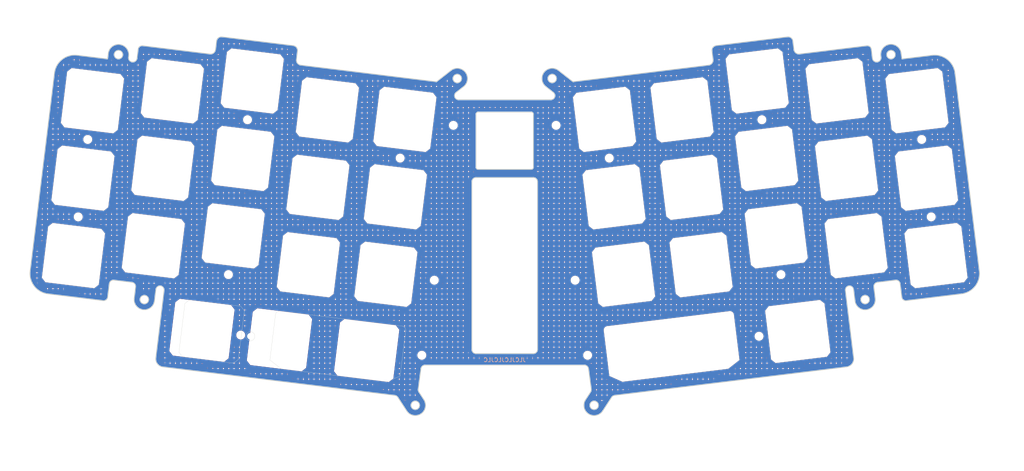
<source format=kicad_pcb>
(kicad_pcb (version 20221018) (generator pcbnew)
  (title_block (title "Le Capybara") (date "2023-07-07") (rev "v0.1") (company "sporkus"))
  (layers (0 "F.Cu" signal) (31 "B.Cu" signal) (34 "B.Paste" user) (35 "F.Paste" user) (36 "B.SilkS" user "B.Silkscreen") (37 "F.SilkS" user "F.Silkscreen") (38 "B.Mask" user) (39 "F.Mask" user) (44 "Edge.Cuts" user))
  (net 0 "")
  (footprint "capacitive_sensors:plate_cut_1U_topre" (layer "F.Cu") (at 194.537698 114.650454 -83)
    (fp_text reference "SW27")
    (fp_text value "EC_SW" hide)
    (fp_line (start -7.3 -6) (end -7.3 6) (stroke (width 0.05)) (layer "Edge.Cuts"))
    (fp_line (start -7.3 -6) (end -6.3 -7) (stroke (width 0.05)) (layer "Edge.Cuts"))
    (fp_line (start -6.3 7) (end -7.3 6) (stroke (width 0.05)) (layer "Edge.Cuts"))
    (fp_line (start -6.3 7) (end 6.3 7) (stroke (width 0.05)) (layer "Edge.Cuts"))
    (fp_line (start 6.3 -7) (end -6.3 -7) (stroke (width 0.05)) (layer "Edge.Cuts"))
    (fp_line (start 6.3 7) (end 7.3 6) (stroke (width 0.05)) (layer "Edge.Cuts"))
    (fp_line (start 7.3 -6) (end 6.3 -7) (stroke (width 0.05)) (layer "Edge.Cuts"))
    (fp_line (start 7.3 6) (end 7.3 -6) (stroke (width 0.05)) (layer "Edge.Cuts"))
  )
  (footprint "capacitive_sensors:plate_cut_1U_topre" (layer "F.Cu") (at 212.8653 107.601842 -83)
    (fp_text reference "SW28")
    (fp_text value "EC_SW" hide)
    (fp_line (start -7.3 -6) (end -7.3 6) (stroke (width 0.05)) (layer "Edge.Cuts"))
    (fp_line (start -7.3 -6) (end -6.3 -7) (stroke (width 0.05)) (layer "Edge.Cuts"))
    (fp_line (start -6.3 7) (end -7.3 6) (stroke (width 0.05)) (layer "Edge.Cuts"))
    (fp_line (start -6.3 7) (end 6.3 7) (stroke (width 0.05)) (layer "Edge.Cuts"))
    (fp_line (start 6.3 -7) (end -6.3 -7) (stroke (width 0.05)) (layer "Edge.Cuts"))
    (fp_line (start 6.3 7) (end 7.3 6) (stroke (width 0.05)) (layer "Edge.Cuts"))
    (fp_line (start 7.3 -6) (end 6.3 -7) (stroke (width 0.05)) (layer "Edge.Cuts"))
    (fp_line (start 7.3 6) (end 7.3 -6) (stroke (width 0.05)) (layer "Edge.Cuts"))
  )
  (footprint "capacitive_sensors:plate_cut_1U_topre" (layer "F.Cu") (at 122.292472 79.156057 83)
    (fp_text reference "SW5")
    (fp_text value "EC_SW" hide)
    (fp_line (start -7.3 -6) (end -7.3 6) (stroke (width 0.05)) (layer "Edge.Cuts"))
    (fp_line (start -7.3 -6) (end -6.3 -7) (stroke (width 0.05)) (layer "Edge.Cuts"))
    (fp_line (start -6.3 7) (end -7.3 6) (stroke (width 0.05)) (layer "Edge.Cuts"))
    (fp_line (start -6.3 7) (end 6.3 7) (stroke (width 0.05)) (layer "Edge.Cuts"))
    (fp_line (start 6.3 -7) (end -6.3 -7) (stroke (width 0.05)) (layer "Edge.Cuts"))
    (fp_line (start 6.3 7) (end 7.3 6) (stroke (width 0.05)) (layer "Edge.Cuts"))
    (fp_line (start 7.3 -6) (end 6.3 -7) (stroke (width 0.05)) (layer "Edge.Cuts"))
    (fp_line (start 7.3 6) (end 7.3 -6) (stroke (width 0.05)) (layer "Edge.Cuts"))
  )
  (footprint "capacitive_sensors:plate_cut_1U_topre" (layer "F.Cu") (at 119.970861 98.064061 83)
    (fp_text reference "SW15")
    (fp_text value "EC_SW" hide)
    (fp_line (start -7.3 -6) (end -7.3 6) (stroke (width 0.05)) (layer "Edge.Cuts"))
    (fp_line (start -7.3 -6) (end -6.3 -7) (stroke (width 0.05)) (layer "Edge.Cuts"))
    (fp_line (start -6.3 7) (end -7.3 6) (stroke (width 0.05)) (layer "Edge.Cuts"))
    (fp_line (start -6.3 7) (end 6.3 7) (stroke (width 0.05)) (layer "Edge.Cuts"))
    (fp_line (start 6.3 -7) (end -6.3 -7) (stroke (width 0.05)) (layer "Edge.Cuts"))
    (fp_line (start 6.3 7) (end 7.3 6) (stroke (width 0.05)) (layer "Edge.Cuts"))
    (fp_line (start 7.3 -6) (end 6.3 -7) (stroke (width 0.05)) (layer "Edge.Cuts"))
    (fp_line (start 7.3 6) (end 7.3 -6) (stroke (width 0.05)) (layer "Edge.Cuts"))
  )
  (footprint "capacitive_sensors:plate_cut_1U_topre" (layer "F.Cu") (at 75.148601 130.947143 -7)
    (fp_text reference "SW31")
    (fp_text value "EC_SW" hide)
    (fp_line (start -7.3 -6) (end -7.3 6) (stroke (width 0.05)) (layer "Edge.Cuts"))
    (fp_line (start -7.3 -6) (end -6.3 -7) (stroke (width 0.05)) (layer "Edge.Cuts"))
    (fp_line (start -6.3 7) (end -7.3 6) (stroke (width 0.05)) (layer "Edge.Cuts"))
    (fp_line (start -6.3 7) (end 6.3 7) (stroke (width 0.05)) (layer "Edge.Cuts"))
    (fp_line (start 6.3 -7) (end -6.3 -7) (stroke (width 0.05)) (layer "Edge.Cuts"))
    (fp_line (start 6.3 7) (end 7.3 6) (stroke (width 0.05)) (layer "Edge.Cuts"))
    (fp_line (start 7.3 -6) (end 6.3 -7) (stroke (width 0.05)) (layer "Edge.Cuts"))
    (fp_line (start 7.3 6) (end 7.3 -6) (stroke (width 0.05)) (layer "Edge.Cuts"))
  )
  (footprint "capacitive_sensors:plate_cut_1U_topre" (layer "F.Cu") (at 232.353707 110.007232 -83)
    (fp_text reference "SW29")
    (fp_text value "EC_SW" hide)
    (fp_line (start -7.3 -6) (end -7.3 6) (stroke (width 0.05)) (layer "Edge.Cuts"))
    (fp_line (start -7.3 -6) (end -6.3 -7) (stroke (width 0.05)) (layer "Edge.Cuts"))
    (fp_line (start -6.3 7) (end -7.3 6) (stroke (width 0.05)) (layer "Edge.Cuts"))
    (fp_line (start -6.3 7) (end 6.3 7) (stroke (width 0.05)) (layer "Edge.Cuts"))
    (fp_line (start 6.3 -7) (end -6.3 -7) (stroke (width 0.05)) (layer "Edge.Cuts"))
    (fp_line (start 6.3 7) (end 7.3 6) (stroke (width 0.05)) (layer "Edge.Cuts"))
    (fp_line (start 7.3 -6) (end 6.3 -7) (stroke (width 0.05)) (layer "Edge.Cuts"))
    (fp_line (start 7.3 6) (end 7.3 -6) (stroke (width 0.05)) (layer "Edge.Cuts"))
  )
  (footprint "capacitive_sensors:MountingHole_1.6mm_M2_tapped" (layer "F.Cu") (at 159.168967 80.607062)
    (fp_text reference "H3" hide)
    (fp_text value "M2 Hole")
    (fp_circle (center 0 0) (end 1.1 0) (stroke (width 0.05)) (fill none) (layer "Edge.Cuts"))
    (pad "" np_thru_hole circle (at 0 0) (size 1.6 1.6) (drill 1.6) (layers "F&B.Cu" "*.Mask"))
  )
  (footprint "capacitive_sensors:plate_cut_1U_topre" (layer "F.Cu") (at 230.032096 91.099228 -83)
    (fp_text reference "SW19")
    (fp_text value "EC_SW" hide)
    (fp_line (start -7.3 -6) (end -7.3 6) (stroke (width 0.05)) (layer "Edge.Cuts"))
    (fp_line (start -7.3 -6) (end -6.3 -7) (stroke (width 0.05)) (layer "Edge.Cuts"))
    (fp_line (start -6.3 7) (end -7.3 6) (stroke (width 0.05)) (layer "Edge.Cuts"))
    (fp_line (start -6.3 7) (end 6.3 7) (stroke (width 0.05)) (layer "Edge.Cuts"))
    (fp_line (start 6.3 -7) (end -6.3 -7) (stroke (width 0.05)) (layer "Edge.Cuts"))
    (fp_line (start 6.3 7) (end 7.3 6) (stroke (width 0.05)) (layer "Edge.Cuts"))
    (fp_line (start 7.3 -6) (end 6.3 -7) (stroke (width 0.05)) (layer "Edge.Cuts"))
    (fp_line (start 7.3 6) (end 7.3 -6) (stroke (width 0.05)) (layer "Edge.Cuts"))
  )
  (footprint "capacitive_sensors:MountingHole_1.6mm_M2_tapped" (layer "F.Cu") (at 126.418141 136.750673)
    (fp_text reference "H2" hide)
    (fp_text value "M2 Hole")
    (fp_circle (center 0 0) (end 1.1 0) (stroke (width 0.05)) (fill none) (layer "Edge.Cuts"))
    (pad "" np_thru_hole circle (at 0 0) (size 1.6 1.6) (drill 1.6) (layers "F&B.Cu" "*.Mask"))
  )
  (footprint "capacitive_sensors:MountingHole_1.6mm_M2_tapped" (layer "F.Cu") (at 84.603971 132.111164)
    (fp_text reference "H16" hide)
    (fp_text value "M2 Hole")
    (fp_circle (center 0 0) (end 1.1 0) (stroke (width 0.05)) (fill none) (layer "Edge.Cuts"))
    (pad "" np_thru_hole circle (at 0 0) (size 1.6 1.6) (drill 1.6) (layers "F&B.Cu" "*.Mask"))
  )
  (footprint "capacitive_sensors:MountingHole_1.6mm_M2_tapped" (layer "F.Cu") (at 248.353527 84.051437)
    (fp_text reference "H8" hide)
    (fp_text value "M2 Hole")
    (fp_circle (center 0 0) (end 1.1 0) (stroke (width 0.05)) (fill none) (layer "Edge.Cuts"))
    (pad "" np_thru_hole circle (at 0 0) (size 1.6 1.6) (drill 1.6) (layers "F&B.Cu" "*.Mask"))
  )
  (footprint "capacitive_sensors:MountingHole_1.6mm_M2_tapped" (layer "F.Cu") (at 166.860803 136.750673)
    (fp_text reference "H13" hide)
    (fp_text value "M2 Hole")
    (fp_circle (center 0 0) (end 1.1 0) (stroke (width 0.05)) (fill none) (layer "Edge.Cuts"))
    (pad "" np_thru_hole circle (at 0 0) (size 1.6 1.6) (drill 1.6) (layers "F&B.Cu" "*.Mask"))
  )
  (footprint "capacitive_sensors:MountingHole_1.6mm_M2_tapped" (layer "F.Cu") (at 129.466755 118.423073)
    (fp_text reference "H14" hide)
    (fp_text value "M2 Hole")
    (fp_circle (center 0 0) (end 1.1 0) (stroke (width 0.05)) (fill none) (layer "Edge.Cuts"))
    (pad "" np_thru_hole circle (at 0 0) (size 1.6 1.6) (drill 1.6) (layers "F&B.Cu" "*.Mask"))
  )
  (footprint "capacitive_sensors:plate_cut_1U_topre" (layer "F.Cu") (at 60.925238 110.007232 83)
    (fp_text reference "SW22")
    (fp_text value "EC_SW" hide)
    (fp_line (start -7.3 -6) (end -7.3 6) (stroke (width 0.05)) (layer "Edge.Cuts"))
    (fp_line (start -7.3 -6) (end -6.3 -7) (stroke (width 0.05)) (layer "Edge.Cuts"))
    (fp_line (start -6.3 7) (end -7.3 6) (stroke (width 0.05)) (layer "Edge.Cuts"))
    (fp_line (start -6.3 7) (end 6.3 7) (stroke (width 0.05)) (layer "Edge.Cuts"))
    (fp_line (start 6.3 -7) (end -6.3 -7) (stroke (width 0.05)) (layer "Edge.Cuts"))
    (fp_line (start 6.3 7) (end 7.3 6) (stroke (width 0.05)) (layer "Edge.Cuts"))
    (fp_line (start 7.3 -6) (end 6.3 -7) (stroke (width 0.05)) (layer "Edge.Cuts"))
    (fp_line (start 7.3 6) (end 7.3 -6) (stroke (width 0.05)) (layer "Edge.Cuts"))
  )
  (footprint "capacitive_sensors:plate_cut_1U_topre" (layer "F.Cu") (at 175.629694 116.972065 -83)
    (fp_text reference "SW26")
    (fp_text value "EC_SW" hide)
    (fp_line (start -7.3 -6) (end -7.3 6) (stroke (width 0.05)) (layer "Edge.Cuts"))
    (fp_line (start -7.3 -6) (end -6.3 -7) (stroke (width 0.05)) (layer "Edge.Cuts"))
    (fp_line (start -6.3 7) (end -7.3 6) (stroke (width 0.05)) (layer "Edge.Cuts"))
    (fp_line (start -6.3 7) (end 6.3 7) (stroke (width 0.05)) (layer "Edge.Cuts"))
    (fp_line (start 6.3 -7) (end -6.3 -7) (stroke (width 0.05)) (layer "Edge.Cuts"))
    (fp_line (start 6.3 7) (end 7.3 6) (stroke (width 0.05)) (layer "Edge.Cuts"))
    (fp_line (start 7.3 -6) (end 6.3 -7) (stroke (width 0.05)) (layer "Edge.Cuts"))
    (fp_line (start 7.3 6) (end 7.3 -6) (stroke (width 0.05)) (layer "Edge.Cuts"))
  )
  (footprint "capacitive_sensors:plate_cut_1U_topre" (layer "F.Cu") (at 103.384468 76.834446 83)
    (fp_text reference "SW4")
    (fp_text value "EC_SW" hide)
    (fp_line (start -7.3 -6) (end -7.3 6) (stroke (width 0.05)) (layer "Edge.Cuts"))
    (fp_line (start -7.3 -6) (end -6.3 -7) (stroke (width 0.05)) (layer "Edge.Cuts"))
    (fp_line (start -6.3 7) (end -7.3 6) (stroke (width 0.05)) (layer "Edge.Cuts"))
    (fp_line (start -6.3 7) (end 6.3 7) (stroke (width 0.05)) (layer "Edge.Cuts"))
    (fp_line (start 6.3 -7) (end -6.3 -7) (stroke (width 0.05)) (layer "Edge.Cuts"))
    (fp_line (start 6.3 7) (end 7.3 6) (stroke (width 0.05)) (layer "Edge.Cuts"))
    (fp_line (start 7.3 -6) (end 6.3 -7) (stroke (width 0.05)) (layer "Edge.Cuts"))
    (fp_line (start 7.3 6) (end 7.3 -6) (stroke (width 0.05)) (layer "Edge.Cuts"))
  )
  (footprint "capacitive_sensors:MountingHole_1.6mm_M2_tapped" (layer "F.Cu") (at 42.603801 102.95944)
    (fp_text reference "H7" hide)
    (fp_text value "M2 Hole")
    (fp_circle (center 0 0) (end 1.1 0) (stroke (width 0.05)) (fill none) (layer "Edge.Cuts"))
    (pad "" np_thru_hole circle (at 0 0) (size 1.6 1.6) (drill 1.6) (layers "F&B.Cu" "*.Mask"))
  )
  (footprint "capacitive_sensors:plate_cut_1U_topre" (layer "F.Cu") (at 117.64925 116.972065 83)
    (fp_text reference "SW25")
    (fp_text value "EC_SW" hide)
    (fp_line (start -7.3 -6) (end -7.3 6) (stroke (width 0.05)) (layer "Edge.Cuts"))
    (fp_line (start -7.3 -6) (end -6.3 -7) (stroke (width 0.05)) (layer "Edge.Cuts"))
    (fp_line (start -6.3 7) (end -7.3 6) (stroke (width 0.05)) (layer "Edge.Cuts"))
    (fp_line (start -6.3 7) (end 6.3 7) (stroke (width 0.05)) (layer "Edge.Cuts"))
    (fp_line (start 6.3 -7) (end -6.3 -7) (stroke (width 0.05)) (layer "Edge.Cuts"))
    (fp_line (start 6.3 7) (end 7.3 6) (stroke (width 0.05)) (layer "Edge.Cuts"))
    (fp_line (start 7.3 -6) (end 6.3 -7) (stroke (width 0.05)) (layer "Edge.Cuts"))
    (fp_line (start 7.3 6) (end 7.3 -6) (stroke (width 0.05)) (layer "Edge.Cuts"))
  )
  (footprint "capacitive_sensors:plate_cut_2U_topre" (layer "F.Cu") (at 105.875474 134.722976 -7)
    (fp_text reference "SW32")
    (fp_text value "EC_SW" hide)
    (fp_line (start -16 5.175) (end -16 -5.975) (stroke (width 0.05)) (layer "Edge.Cuts"))
    (fp_line (start -16 5.175) (end -13 6.975) (stroke (width 0.05)) (layer "Edge.Cuts"))
    (fp_line (start -15 -6.975) (end 15 -6.975) (stroke (width 0.05)) (layer "Edge.Cuts"))
    (fp_line (start 13 6.975) (end -13 6.975) (stroke (width 0.05)) (layer "Edge.Cuts"))
    (fp_line (start 16 -5.975) (end 16 5.175) (stroke (width 0.05)) (layer "Edge.Cuts"))
    (fp_line (start 16 5.175) (end 13 6.975) (stroke (width 0.05)) (layer "Edge.Cuts"))
    (fp_arc (start -16 -5.975) (mid -15.707107 -6.682107) (end -15 -6.975) (stroke (width 0.05)) (layer "Edge.Cuts"))
    (fp_arc (start 15 -6.975) (mid 15.707107 -6.682107) (end 16 -5.975) (stroke (width 0.05)) (layer "Edge.Cuts"))
  )
  (footprint "capacitive_sensors:plate_cut_1U_topre" (layer "F.Cu") (at 43.758442 93.504618 83)
    (fp_text reference "SW11")
    (fp_text value "EC_SW" hide)
    (fp_line (start -7.3 -6) (end -7.3 6) (stroke (width 0.05)) (layer "Edge.Cuts"))
    (fp_line (start -7.3 -6) (end -6.3 -7) (stroke (width 0.05)) (layer "Edge.Cuts"))
    (fp_line (start -6.3 7) (end -7.3 6) (stroke (width 0.05)) (layer "Edge.Cuts"))
    (fp_line (start -6.3 7) (end 6.3 7) (stroke (width 0.05)) (layer "Edge.Cuts"))
    (fp_line (start 6.3 -7) (end -6.3 -7) (stroke (width 0.05)) (layer "Edge.Cuts"))
    (fp_line (start 6.3 7) (end 7.3 6) (stroke (width 0.05)) (layer "Edge.Cuts"))
    (fp_line (start 7.3 -6) (end 6.3 -7) (stroke (width 0.05)) (layer "Edge.Cuts"))
    (fp_line (start 7.3 6) (end 7.3 -6) (stroke (width 0.05)) (layer "Edge.Cuts"))
  )
  (footprint "capacitive_sensors:plate_cut_1U_topre" (layer "F.Cu") (at 227.710485 72.191224 -83)
    (fp_text reference "SW9")
    (fp_text value "EC_SW" hide)
    (fp_line (start -7.3 -6) (end -7.3 6) (stroke (width 0.05)) (layer "Edge.Cuts"))
    (fp_line (start -7.3 -6) (end -6.3 -7) (stroke (width 0.05)) (layer "Edge.Cuts"))
    (fp_line (start -6.3 7) (end -7.3 6) (stroke (width 0.05)) (layer "Edge.Cuts"))
    (fp_line (start -6.3 7) (end 6.3 7) (stroke (width 0.05)) (layer "Edge.Cuts"))
    (fp_line (start 6.3 -7) (end -6.3 -7) (stroke (width 0.05)) (layer "Edge.Cuts"))
    (fp_line (start 6.3 7) (end 7.3 6) (stroke (width 0.05)) (layer "Edge.Cuts"))
    (fp_line (start 7.3 -6) (end 6.3 -7) (stroke (width 0.05)) (layer "Edge.Cuts"))
    (fp_line (start 7.3 6) (end 7.3 -6) (stroke (width 0.05)) (layer "Edge.Cuts"))
  )
  (footprint "capacitive_sensors:plate_cut_1U_topre" (layer "F.Cu") (at 247.198892 74.596614 -83)
    (fp_text reference "SW10")
    (fp_text value "EC_SW" hide)
    (fp_line (start -7.3 -6) (end -7.3 6) (stroke (width 0.05)) (layer "Edge.Cuts"))
    (fp_line (start -7.3 -6) (end -6.3 -7) (stroke (width 0.05)) (layer "Edge.Cuts"))
    (fp_line (start -6.3 7) (end -7.3 6) (stroke (width 0.05)) (layer "Edge.Cuts"))
    (fp_line (start -6.3 7) (end 6.3 7) (stroke (width 0.05)) (layer "Edge.Cuts"))
    (fp_line (start 6.3 -7) (end -6.3 -7) (stroke (width 0.05)) (layer "Edge.Cuts"))
    (fp_line (start 6.3 7) (end 7.3 6) (stroke (width 0.05)) (layer "Edge.Cuts"))
    (fp_line (start 7.3 -6) (end 6.3 -7) (stroke (width 0.05)) (layer "Edge.Cuts"))
    (fp_line (start 7.3 6) (end 7.3 -6) (stroke (width 0.05)) (layer "Edge.Cuts"))
  )
  (footprint "capacitive_sensors:plate_cut_1U_topre" (layer "F.Cu") (at 63.246849 91.099228 83)
    (fp_text reference "SW12")
    (fp_text value "EC_SW" hide)
    (fp_line (start -7.3 -6) (end -7.3 6) (stroke (width 0.05)) (layer "Edge.Cuts"))
    (fp_line (start -7.3 -6) (end -6.3 -7) (stroke (width 0.05)) (layer "Edge.Cuts"))
    (fp_line (start -6.3 7) (end -7.3 6) (stroke (width 0.05)) (layer "Edge.Cuts"))
    (fp_line (start -6.3 7) (end 6.3 7) (stroke (width 0.05)) (layer "Edge.Cuts"))
    (fp_line (start 6.3 -7) (end -6.3 -7) (stroke (width 0.05)) (layer "Edge.Cuts"))
    (fp_line (start 6.3 7) (end 7.3 6) (stroke (width 0.05)) (layer "Edge.Cuts"))
    (fp_line (start 7.3 -6) (end 6.3 -7) (stroke (width 0.05)) (layer "Edge.Cuts"))
    (fp_line (start 7.3 6) (end 7.3 -6) (stroke (width 0.05)) (layer "Edge.Cuts"))
  )
  (footprint "capacitive_sensors:plate_cut_1U_topre" (layer "F.Cu") (at 46.080053 74.596614 83)
    (fp_text reference "SW1")
    (fp_text value "EC_SW" hide)
    (fp_line (start -7.3 -6) (end -7.3 6) (stroke (width 0.05)) (layer "Edge.Cuts"))
    (fp_line (start -7.3 -6) (end -6.3 -7) (stroke (width 0.05)) (layer "Edge.Cuts"))
    (fp_line (start -6.3 7) (end -7.3 6) (stroke (width 0.05)) (layer "Edge.Cuts"))
    (fp_line (start -6.3 7) (end 6.3 7) (stroke (width 0.05)) (layer "Edge.Cuts"))
    (fp_line (start 6.3 -7) (end -6.3 -7) (stroke (width 0.05)) (layer "Edge.Cuts"))
    (fp_line (start 6.3 7) (end 7.3 6) (stroke (width 0.05)) (layer "Edge.Cuts"))
    (fp_line (start 7.3 -6) (end 6.3 -7) (stroke (width 0.05)) (layer "Edge.Cuts"))
    (fp_line (start 7.3 6) (end 7.3 -6) (stroke (width 0.05)) (layer "Edge.Cuts"))
  )
  (footprint "capacitive_sensors:plate_cut_1U_topre" (layer "F.Cu") (at 65.56846 72.191224 83)
    (fp_text reference "SW2")
    (fp_text value "EC_SW" hide)
    (fp_line (start -7.3 -6) (end -7.3 6) (stroke (width 0.05)) (layer "Edge.Cuts"))
    (fp_line (start -7.3 -6) (end -6.3 -7) (stroke (width 0.05)) (layer "Edge.Cuts"))
    (fp_line (start -6.3 7) (end -7.3 6) (stroke (width 0.05)) (layer "Edge.Cuts"))
    (fp_line (start -6.3 7) (end 6.3 7) (stroke (width 0.05)) (layer "Edge.Cuts"))
    (fp_line (start 6.3 -7) (end -6.3 -7) (stroke (width 0.05)) (layer "Edge.Cuts"))
    (fp_line (start 6.3 7) (end 7.3 6) (stroke (width 0.05)) (layer "Edge.Cuts"))
    (fp_line (start 7.3 -6) (end 6.3 -7) (stroke (width 0.05)) (layer "Edge.Cuts"))
    (fp_line (start 7.3 6) (end 7.3 -6) (stroke (width 0.05)) (layer "Edge.Cuts"))
  )
  (footprint "capacitive_sensors:plate_cut_1U_topre" (layer "F.Cu") (at 82.735256 88.693838 83)
    (fp_text reference "SW13")
    (fp_text value "EC_SW" hide)
    (fp_line (start -7.3 -6) (end -7.3 6) (stroke (width 0.05)) (layer "Edge.Cuts"))
    (fp_line (start -7.3 -6) (end -6.3 -7) (stroke (width 0.05)) (layer "Edge.Cuts"))
    (fp_line (start -6.3 7) (end -7.3 6) (stroke (width 0.05)) (layer "Edge.Cuts"))
    (fp_line (start -6.3 7) (end 6.3 7) (stroke (width 0.05)) (layer "Edge.Cuts"))
    (fp_line (start 6.3 -7) (end -6.3 -7) (stroke (width 0.05)) (layer "Edge.Cuts"))
    (fp_line (start 6.3 7) (end 7.3 6) (stroke (width 0.05)) (layer "Edge.Cuts"))
    (fp_line (start 7.3 -6) (end 6.3 -7) (stroke (width 0.05)) (layer "Edge.Cuts"))
    (fp_line (start 7.3 6) (end 7.3 -6) (stroke (width 0.05)) (layer "Edge.Cuts"))
  )
  (footprint "capacitive_sensors:plate_cut_1U_topre" (layer "F.Cu") (at 251.843482 112.409408 -83)
    (fp_text reference "SW30")
    (fp_text value "EC_SW" hide)
    (fp_line (start -7.3 -6) (end -7.3 6) (stroke (width 0.05)) (layer "Edge.Cuts"))
    (fp_line (start -7.3 -6) (end -6.3 -7) (stroke (width 0.05)) (layer "Edge.Cuts"))
    (fp_line (start -6.3 7) (end -7.3 6) (stroke (width 0.05)) (layer "Edge.Cuts"))
    (fp_line (start -6.3 7) (end 6.3 7) (stroke (width 0.05)) (layer "Edge.Cuts"))
    (fp_line (start 6.3 -7) (end -6.3 -7) (stroke (width 0.05)) (layer "Edge.Cuts"))
    (fp_line (start 6.3 7) (end 7.3 6) (stroke (width 0.05)) (layer "Edge.Cuts"))
    (fp_line (start 7.3 -6) (end 6.3 -7) (stroke (width 0.05)) (layer "Edge.Cuts"))
    (fp_line (start 7.3 6) (end 7.3 -6) (stroke (width 0.05)) (layer "Edge.Cuts"))
  )
  (footprint "capacitive_sensors:MountingHole_1.6mm_M2_tapped" (layer "F.Cu") (at 163.812189 118.423073)
    (fp_text reference "H15" hide)
    (fp_text value "M2 Hole")
    (fp_circle (center 0 0) (end 1.1 0) (stroke (width 0.05)) (fill none) (layer "Edge.Cuts"))
    (pad "" np_thru_hole circle (at 0 0) (size 1.6 1.6) (drill 1.6) (layers "F&B.Cu" "*.Mask"))
  )
  (footprint "capacitive_sensors:MountingHole_1.6mm_M2_tapped" (layer "F.Cu") (at 83.902227 79.240652)
    (fp_text reference "H4" hide)
    (fp_text value "M2 Hole")
    (fp_circle (center 0 0) (end 1.1 0) (stroke (width 0.05)) (fill none) (layer "Edge.Cuts"))
    (pad "" np_thru_hole circle (at 0 0) (size 1.6 1.6) (drill 1.6) (layers "F&B.Cu" "*.Mask"))
  )
  (footprint "capacitive_sensors:MountingHole_1.6mm_M2_tapped" (layer "F.Cu") (at 134.109977 80.607062)
    (fp_text reference "H5" hide)
    (fp_text value "M2 Hole")
    (fp_circle (center 0 0) (end 1.1 0) (stroke (width 0.05)) (fill none) (layer "Edge.Cuts"))
    (pad "" np_thru_hole circle (at 0 0) (size 1.6 1.6) (drill 1.6) (layers "F&B.Cu" "*.Mask"))
  )
  (footprint "capacitive_sensors:MountingHole_1.6mm_M2_tapped" (layer "F.Cu") (at 79.252841 117.055846)
    (fp_text reference "H10" hide)
    (fp_text value "M2 Hole")
    (fp_circle (center 0 0) (end 1.1 0) (stroke (width 0.05)) (fill none) (layer "Edge.Cuts"))
    (pad "" np_thru_hole circle (at 0 0) (size 1.6 1.6) (drill 1.6) (layers "F&B.Cu" "*.Mask"))
  )
  (footprint "capacitive_sensors:MountingHole_1.6mm_M2_tapped" (layer "F.Cu") (at 209.376717 79.240652)
    (fp_text reference "H6" hide)
    (fp_text value "M2 Hole")
    (fp_circle (center 0 0) (end 1.1 0) (stroke (width 0.05)) (fill none) (layer "Edge.Cuts"))
    (pad "" np_thru_hole circle (at 0 0) (size 1.6 1.6) (drill 1.6) (layers "F&B.Cu" "*.Mask"))
  )
  (footprint "capacitive_sensors:MountingHole_1.6mm_M2_tapped" (layer "F.Cu") (at 172.147274 88.610059)
    (fp_text reference "H9" hide)
    (fp_text value "M2 Hole")
    (fp_circle (center 0 0) (end 1.1 0) (stroke (width 0.05)) (fill none) (layer "Edge.Cuts"))
    (pad "" np_thru_hole circle (at 0 0) (size 1.6 1.6) (drill 1.6) (layers "F&B.Cu" "*.Mask"))
  )
  (footprint "capacitive_sensors:plate_cut_1U_topre" (layer "F.Cu") (at 41.442999 112.413442 83)
    (fp_text reference "SW21")
    (fp_text value "EC_SW" hide)
    (fp_line (start -7.3 -6) (end -7.3 6) (stroke (width 0.05)) (layer "Edge.Cuts"))
    (fp_line (start -7.3 -6) (end -6.3 -7) (stroke (width 0.05)) (layer "Edge.Cuts"))
    (fp_line (start -6.3 7) (end -7.3 6) (stroke (width 0.05)) (layer "Edge.Cuts"))
    (fp_line (start -6.3 7) (end 6.3 7) (stroke (width 0.05)) (layer "Edge.Cuts"))
    (fp_line (start 6.3 -7) (end -6.3 -7) (stroke (width 0.05)) (layer "Edge.Cuts"))
    (fp_line (start 6.3 7) (end 7.3 6) (stroke (width 0.05)) (layer "Edge.Cuts"))
    (fp_line (start 7.3 -6) (end 6.3 -7) (stroke (width 0.05)) (layer "Edge.Cuts"))
    (fp_line (start 7.3 6) (end 7.3 -6) (stroke (width 0.05)) (layer "Edge.Cuts"))
  )
  (footprint "capacitive_sensors:MountingHole_1.6mm_M2_tapped" (layer "F.Cu") (at 214.026101 117.055844)
    (fp_text reference "H12" hide)
    (fp_text value "M2 Hole")
    (fp_circle (center 0 0) (end 1.1 0) (stroke (width 0.05)) (fill none) (layer "Edge.Cuts"))
    (pad "" np_thru_hole circle (at 0 0) (size 1.6 1.6) (drill 1.6) (layers "F&B.Cu" "*.Mask"))
  )
  (footprint "capacitive_sensors:plate_cut_1U_topre" (layer "F.Cu") (at 98.741246 114.650454 83)
    (fp_text reference "SW24")
    (fp_text value "EC_SW" hide)
    (fp_line (start -7.3 -6) (end -7.3 6) (stroke (width 0.05)) (layer "Edge.Cuts"))
    (fp_line (start -7.3 -6) (end -6.3 -7) (stroke (width 0.05)) (layer "Edge.Cuts"))
    (fp_line (start -6.3 7) (end -7.3 6) (stroke (width 0.05)) (layer "Edge.Cuts"))
    (fp_line (start -6.3 7) (end 6.3 7) (stroke (width 0.05)) (layer "Edge.Cuts"))
    (fp_line (start 6.3 -7) (end -6.3 -7) (stroke (width 0.05)) (layer "Edge.Cuts"))
    (fp_line (start 6.3 7) (end 7.3 6) (stroke (width 0.05)) (layer "Edge.Cuts"))
    (fp_line (start 7.3 -6) (end 6.3 -7) (stroke (width 0.05)) (layer "Edge.Cuts"))
    (fp_line (start 7.3 6) (end 7.3 -6) (stroke (width 0.05)) (layer "Edge.Cuts"))
  )
  (footprint "capacitive_sensors:plate_cut_2U_topre" (layer "F.Cu") (at 187.40347 134.722976 7)
    (fp_text reference "SW33")
    (fp_text value "EC_SW" hide)
    (fp_line (start -16 5.175) (end -16 -5.975) (stroke (width 0.05)) (layer "Edge.Cuts"))
    (fp_line (start -16 5.175) (end -13 6.975) (stroke (width 0.05)) (layer "Edge.Cuts"))
    (fp_line (start -15 -6.975) (end 15 -6.975) (stroke (width 0.05)) (layer "Edge.Cuts"))
    (fp_line (start 13 6.975) (end -13 6.975) (stroke (width 0.05)) (layer "Edge.Cuts"))
    (fp_line (start 16 -5.975) (end 16 5.175) (stroke (width 0.05)) (layer "Edge.Cuts"))
    (fp_line (start 16 5.175) (end 13 6.975) (stroke (width 0.05)) (layer "Edge.Cuts"))
    (fp_arc (start -16 -5.975) (mid -15.707107 -6.682107) (end -15 -6.975) (stroke (width 0.05)) (layer "Edge.Cuts"))
    (fp_arc (start 15 -6.975) (mid 15.707106 -6.682107) (end 16 -5.975) (stroke (width 0.05)) (layer "Edge.Cuts"))
  )
  (footprint "capacitive_sensors:plate_cut_1U_topre" (layer "F.Cu") (at 80.413645 107.601842 83)
    (fp_text reference "SW23")
    (fp_text value "EC_SW" hide)
    (fp_line (start -7.3 -6) (end -7.3 6) (stroke (width 0.05)) (layer "Edge.Cuts"))
    (fp_line (start -7.3 -6) (end -6.3 -7) (stroke (width 0.05)) (layer "Edge.Cuts"))
    (fp_line (start -6.3 7) (end -7.3 6) (stroke (width 0.05)) (layer "Edge.Cuts"))
    (fp_line (start -6.3 7) (end 6.3 7) (stroke (width 0.05)) (layer "Edge.Cuts"))
    (fp_line (start 6.3 -7) (end -6.3 -7) (stroke (width 0.05)) (layer "Edge.Cuts"))
    (fp_line (start 6.3 7) (end 7.3 6) (stroke (width 0.05)) (layer "Edge.Cuts"))
    (fp_line (start 7.3 -6) (end 6.3 -7) (stroke (width 0.05)) (layer "Edge.Cuts"))
    (fp_line (start 7.3 6) (end 7.3 -6) (stroke (width 0.05)) (layer "Edge.Cuts"))
  )
  (footprint "capacitive_sensors:plate_cut_1U_topre" (layer "F.Cu") (at 249.520503 93.504618 -83)
    (fp_text reference "SW20")
    (fp_text value "EC_SW" hide)
    (fp_line (start -7.3 -6) (end -7.3 6) (stroke (width 0.05)) (layer "Edge.Cuts"))
    (fp_line (start -7.3 -6) (end -6.3 -7) (stroke (width 0.05)) (layer "Edge.Cuts"))
    (fp_line (start -6.3 7) (end -7.3 6) (stroke (width 0.05)) (layer "Edge.Cuts"))
    (fp_line (start -6.3 7) (end 6.3 7) (stroke (width 0.05)) (layer "Edge.Cuts"))
    (fp_line (start 6.3 -7) (end -6.3 -7) (stroke (width 0.05)) (layer "Edge.Cuts"))
    (fp_line (start 6.3 7) (end 7.3 6) (stroke (width 0.05)) (layer "Edge.Cuts"))
    (fp_line (start 7.3 -6) (end 6.3 -7) (stroke (width 0.05)) (layer "Edge.Cuts"))
    (fp_line (start 7.3 6) (end 7.3 -6) (stroke (width 0.05)) (layer "Edge.Cuts"))
  )
  (footprint "capacitive_sensors:plate_cut_1U_topre" (layer "F.Cu") (at 170.986472 79.156057 -83)
    (fp_text reference "SW6")
    (fp_text value "EC_SW" hide)
    (fp_line (start -7.3 -6) (end -7.3 6) (stroke (width 0.05)) (layer "Edge.Cuts"))
    (fp_line (start -7.3 -6) (end -6.3 -7) (stroke (width 0.05)) (layer "Edge.Cuts"))
    (fp_line (start -6.3 7) (end -7.3 6) (stroke (width 0.05)) (layer "Edge.Cuts"))
    (fp_line (start -6.3 7) (end 6.3 7) (stroke (width 0.05)) (layer "Edge.Cuts"))
    (fp_line (start 6.3 -7) (end -6.3 -7) (stroke (width 0.05)) (layer "Edge.Cuts"))
    (fp_line (start 6.3 7) (end 7.3 6) (stroke (width 0.05)) (layer "Edge.Cuts"))
    (fp_line (start 7.3 -6) (end 6.3 -7) (stroke (width 0.05)) (layer "Edge.Cuts"))
    (fp_line (start 7.3 6) (end 7.3 -6) (stroke (width 0.05)) (layer "Edge.Cuts"))
  )
  (footprint "capacitive_sensors:MountingHole_1.6mm_M2_tapped" (layer "F.Cu") (at 208.674973 132.111164)
    (fp_text reference "H17" hide)
    (fp_text value "M2 Hole")
    (fp_circle (center 0 0) (end 1.1 0) (stroke (width 0.05)) (fill none) (layer "Edge.Cuts"))
    (pad "" np_thru_hole circle (at 0 0) (size 1.6 1.6) (drill 1.6) (layers "F&B.Cu" "*.Mask"))
  )
  (footprint "capacitive_sensors:plate_cut_1U_topre" (layer "F.Cu") (at 192.216087 95.74245 -83)
    (fp_text reference "SW17")
    (fp_text value "EC_SW" hide)
    (fp_line (start -7.3 -6) (end -7.3 6) (stroke (width 0.05)) (layer "Edge.Cuts"))
    (fp_line (start -7.3 -6) (end -6.3 -7) (stroke (width 0.05)) (layer "Edge.Cuts"))
    (fp_line (start -6.3 7) (end -7.3 6) (stroke (width 0.05)) (layer "Edge.Cuts"))
    (fp_line (start -6.3 7) (end 6.3 7) (stroke (width 0.05)) (layer "Edge.Cuts"))
    (fp_line (start 6.3 -7) (end -6.3 -7) (stroke (width 0.05)) (layer "Edge.Cuts"))
    (fp_line (start 6.3 7) (end 7.3 6) (stroke (width 0.05)) (layer "Edge.Cuts"))
    (fp_line (start 7.3 -6) (end 6.3 -7) (stroke (width 0.05)) (layer "Edge.Cuts"))
    (fp_line (start 7.3 6) (end 7.3 -6) (stroke (width 0.05)) (layer "Edge.Cuts"))
  )
  (footprint "capacitive_sensors:MountingHole_1.6mm_M2_tapped" (layer "F.Cu") (at 121.13167 88.610059)
    (fp_text reference "H11" hide)
    (fp_text value "M2 Hole")
    (fp_circle (center 0 0) (end 1.1 0) (stroke (width 0.05)) (fill none) (layer "Edge.Cuts"))
    (pad "" np_thru_hole circle (at 0 0) (size 1.6 1.6) (drill 1.6) (layers "F&B.Cu" "*.Mask"))
  )
  (footprint "capacitive_sensors:MountingHole_1.6mm_M2_tapped" (layer "F.Cu") (at 250.675143 102.95944)
    (fp_text reference "H18" hide)
    (fp_text value "M2 Hole")
    (fp_circle (center 0 0) (end 1.1 0) (stroke (width 0.05)) (fill none) (layer "Edge.Cuts"))
    (pad "" np_thru_hole circle (at 0 0) (size 1.6 1.6) (drill 1.6) (layers "F&B.Cu" "*.Mask"))
  )
  (footprint "capacitive_sensors:plate_cut_1U_topre" (layer "F.Cu") (at 173.308083 98.064061 -83)
    (fp_text reference "SW16")
    (fp_text value "EC_SW" hide)
    (fp_line (start -7.3 -6) (end -7.3 6) (stroke (width 0.05)) (layer "Edge.Cuts"))
    (fp_line (start -7.3 -6) (end -6.3 -7) (stroke (width 0.05)) (layer "Edge.Cuts"))
    (fp_line (start -6.3 7) (end -7.3 6) (stroke (width 0.05)) (layer "Edge.Cuts"))
    (fp_line (start -6.3 7) (end 6.3 7) (stroke (width 0.05)) (layer "Edge.Cuts"))
    (fp_line (start 6.3 -7) (end -6.3 -7) (stroke (width 0.05)) (layer "Edge.Cuts"))
    (fp_line (start 6.3 7) (end 7.3 6) (stroke (width 0.05)) (layer "Edge.Cuts"))
    (fp_line (start 7.3 -6) (end 6.3 -7) (stroke (width 0.05)) (layer "Edge.Cuts"))
    (fp_line (start 7.3 6) (end 7.3 -6) (stroke (width 0.05)) (layer "Edge.Cuts"))
  )
  (footprint "capacitive_sensors:MountingHole_1.6mm_M2_tapped" (layer "F.Cu") (at 44.925417 84.051437)
    (fp_text reference "H1" hide)
    (fp_text value "M2 Hole")
    (fp_circle (center 0 0) (end 1.1 0) (stroke (width 0.05)) (fill none) (layer "Edge.Cuts"))
    (pad "" np_thru_hole circle (at 0 0) (size 1.6 1.6) (drill 1.6) (layers "F&B.Cu" "*.Mask"))
  )
  (footprint "capacitive_sensors:plate_cut_1U_topre" (layer "F.Cu") (at 208.222078 69.785834 -83)
    (fp_text reference "SW8")
    (fp_text value "EC_SW" hide)
    (fp_line (start -7.3 -6) (end -7.3 6) (stroke (width 0.05)) (layer "Edge.Cuts"))
    (fp_line (start -7.3 -6) (end -6.3 -7) (stroke (width 0.05)) (layer "Edge.Cuts"))
    (fp_line (start -6.3 7) (end -7.3 6) (stroke (width 0.05)) (layer "Edge.Cuts"))
    (fp_line (start -6.3 7) (end 6.3 7) (stroke (width 0.05)) (layer "Edge.Cuts"))
    (fp_line (start 6.3 -7) (end -6.3 -7) (stroke (width 0.05)) (layer "Edge.Cuts"))
    (fp_line (start 6.3 7) (end 7.3 6) (stroke (width 0.05)) (layer "Edge.Cuts"))
    (fp_line (start 7.3 -6) (end 6.3 -7) (stroke (width 0.05)) (layer "Edge.Cuts"))
    (fp_line (start 7.3 6) (end 7.3 -6) (stroke (width 0.05)) (layer "Edge.Cuts"))
  )
  (footprint "capacitive_sensors:plate_cut_1U_topre" (layer "F.Cu") (at 189.894476 76.834446 -83)
    (fp_text reference "SW7")
    (fp_text value "EC_SW" hide)
    (fp_line (start -7.3 -6) (end -7.3 6) (stroke (width 0.05)) (layer "Edge.Cuts"))
    (fp_line (start -7.3 -6) (end -6.3 -7) (stroke (width 0.05)) (layer "Edge.Cuts"))
    (fp_line (start -6.3 7) (end -7.3 6) (stroke (width 0.05)) (layer "Edge.Cuts"))
    (fp_line (start -6.3 7) (end 6.3 7) (stroke (width 0.05)) (layer "Edge.Cuts"))
    (fp_line (start 6.3 -7) (end -6.3 -7) (stroke (width 0.05)) (layer "Edge.Cuts"))
    (fp_line (start 6.3 7) (end 7.3 6) (stroke (width 0.05)) (layer "Edge.Cuts"))
    (fp_line (start 7.3 -6) (end 6.3 -7) (stroke (width 0.05)) (layer "Edge.Cuts"))
    (fp_line (start 7.3 6) (end 7.3 -6) (stroke (width 0.05)) (layer "Edge.Cuts"))
  )
  (footprint "capacitive_sensors:plate_cut_1U_topre" (layer "F.Cu") (at 218.130343 130.947143 7)
    (fp_text reference "SW34")
    (fp_text value "EC_SW" hide)
    (fp_line (start -7.3 -6) (end -7.3 6) (stroke (width 0.05)) (layer "Edge.Cuts"))
    (fp_line (start -7.3 -6) (end -6.3 -7) (stroke (width 0.05)) (layer "Edge.Cuts"))
    (fp_line (start -6.3 7) (end -7.3 6) (stroke (width 0.05)) (layer "Edge.Cuts"))
    (fp_line (start -6.3 7) (end 6.3 7) (stroke (width 0.05)) (layer "Edge.Cuts"))
    (fp_line (start 6.3 -7) (end -6.3 -7) (stroke (width 0.05)) (layer "Edge.Cuts"))
    (fp_line (start 6.3 7) (end 7.3 6) (stroke (width 0.05)) (layer "Edge.Cuts"))
    (fp_line (start 7.3 -6) (end 6.3 -7) (stroke (width 0.05)) (layer "Edge.Cuts"))
    (fp_line (start 7.3 6) (end 7.3 -6) (stroke (width 0.05)) (layer "Edge.Cuts"))
  )
  (footprint "capacitive_sensors:plate_cut_1U_topre" (layer "F.Cu") (at 85.056867 69.785834 83)
    (fp_text reference "SW3")
    (fp_text value "EC_SW" hide)
    (fp_line (start -7.3 -6) (end -7.3 6) (stroke (width 0.05)) (layer "Edge.Cuts"))
    (fp_line (start -7.3 -6) (end -6.3 -7) (stroke (width 0.05)) (layer "Edge.Cuts"))
    (fp_line (start -6.3 7) (end -7.3 6) (stroke (width 0.05)) (layer "Edge.Cuts"))
    (fp_line (start -6.3 7) (end 6.3 7) (stroke (width 0.05)) (layer "Edge.Cuts"))
    (fp_line (start 6.3 -7) (end -6.3 -7) (stroke (width 0.05)) (layer "Edge.Cuts"))
    (fp_line (start 6.3 7) (end 7.3 6) (stroke (width 0.05)) (layer "Edge.Cuts"))
    (fp_line (start 7.3 -6) (end 6.3 -7) (stroke (width 0.05)) (layer "Edge.Cuts"))
    (fp_line (start 7.3 6) (end 7.3 -6) (stroke (width 0.05)) (layer "Edge.Cuts"))
  )
  (footprint "capacitive_sensors:plate_cut_1U_topre" (layer "F.Cu") (at 101.062857 95.74245 83)
    (fp_text reference "SW14")
    (fp_text value "EC_SW" hide)
    (fp_line (start -7.3 -6) (end -7.3 6) (stroke (width 0.05)) (layer "Edge.Cuts"))
    (fp_line (start -7.3 -6) (end -6.3 -7) (stroke (width 0.05)) (layer "Edge.Cuts"))
    (fp_line (start -6.3 7) (end -7.3 6) (stroke (width 0.05)) (layer "Edge.Cuts"))
    (fp_line (start -6.3 7) (end 6.3 7) (stroke (width 0.05)) (layer "Edge.Cuts"))
    (fp_line (start 6.3 -7) (end -6.3 -7) (stroke (width 0.05)) (layer "Edge.Cuts"))
    (fp_line (start 6.3 7) (end 7.3 6) (stroke (width 0.05)) (layer "Edge.Cuts"))
    (fp_line (start 7.3 -6) (end 6.3 -7) (stroke (width 0.05)) (layer "Edge.Cuts"))
    (fp_line (start 7.3 6) (end 7.3 -6) (stroke (width 0.05)) (layer "Edge.Cuts"))
  )
  (footprint "capacitive_sensors:plate_cut_1U_topre" (layer "F.Cu") (at 210.543689 88.693838 -83)
    (fp_text reference "SW18")
    (fp_text value "EC_SW" hide)
    (fp_line (start -7.3 -6) (end -7.3 6) (stroke (width 0.05)) (layer "Edge.Cuts"))
    (fp_line (start -7.3 -6) (end -6.3 -7) (stroke (width 0.05)) (layer "Edge.Cuts"))
    (fp_line (start -6.3 7) (end -7.3 6) (stroke (width 0.05)) (layer "Edge.Cuts"))
    (fp_line (start -6.3 7) (end 6.3 7) (stroke (width 0.05)) (layer "Edge.Cuts"))
    (fp_line (start 6.3 -7) (end -6.3 -7) (stroke (width 0.05)) (layer "Edge.Cuts"))
    (fp_line (start 6.3 7) (end 7.3 6) (stroke (width 0.05)) (layer "Edge.Cuts"))
    (fp_line (start 7.3 -6) (end 6.3 -7) (stroke (width 0.05)) (layer "Edge.Cuts"))
    (fp_line (start 7.3 6) (end 7.3 -6) (stroke (width 0.05)) (layer "Edge.Cuts"))
  )
  (gr_line (start 77.682917 58.995632) (end 95.052477 61.128345) (stroke (width 0.2)) (layer "Edge.Cuts"))
  (gr_line (start 130.002631 69.966074) (end 133.525011 67.208887) (stroke (width 0.2)) (layer "Edge.Cuts"))
  (gr_arc (start 244.607885 123.412317) (mid 243.870364 123.207768) (end 243.493469 122.54164) (stroke (width 0.2)) (layer "Edge.Cuts"))
  (gr_line (start 173.443954 146.544944) (end 230.025537 139.5976) (stroke (width 0.2)) (layer "Edge.Cuts"))
  (gr_line (start 153.139472 91.358057) (end 140.139472 91.358057) (stroke (width 0.2)) (layer "Edge.Cuts"))
  (gr_line (start 50.197233 119.273574) (end 49.795467 122.545699) (stroke (width 0.2)) (layer "Edge.Cuts"))
  (gr_arc (start 35.216943 121.763192) (mid 31.886181 119.878804) (end 30.863559 116.191114) (stroke (width 0.2)) (layer "Edge.Cuts"))
  (gr_arc (start 133.525011 67.208887) (mid 137.034867 67.633966) (end 136.609849 71.143829) (stroke (width 0.2)) (layer "Edge.Cuts"))
  (gr_arc (start 170.552211 150.329837) (mid 167.092679 151.059205) (end 166.363381 147.599687) (stroke (width 0.2)) (layer "Edge.Cuts"))
  (gr_circle (center 135.06743 69.176357) (end 134.01743 69.176359) (stroke (width 0.2)) (fill none) (layer "Edge.Cuts"))
  (gr_arc (start 50.197233 119.273574) (mid 50.574096 118.607393) (end 51.311649 118.402897) (stroke (width 0.2)) (layer "Edge.Cuts"))
  (gr_line (start 61.558128 120.668517) (end 61.215624 123.45799) (stroke (width 0.2)) (layer "Edge.Cuts"))
  (gr_line (start 122.736741 150.333918) (end 120.56088 146.99552) (stroke (width 0.2)) (layer "Edge.Cuts"))
  (gr_line (start 55.746721 65.124164) (end 55.826748 65.13399) (stroke (width 0.2)) (layer "Edge.Cuts"))
  (gr_arc (start 262.425377 116.187055) (mid 261.402722 119.87475) (end 258.071993 121.759133) (stroke (width 0.2)) (layer "Edge.Cuts"))
  (gr_line (start 96.097289 62.465643) (end 95.839839 64.562398) (stroke (width 0.2)) (layer "Edge.Cuts"))
  (gr_arc (start 231.76689 137.368768) (mid 231.357819 138.84383) (end 230.025537 139.5976) (stroke (width 0.2)) (layer "Edge.Cuts"))
  (gr_line (start 127.20579 139.149902) (end 166.082638 139.146364) (stroke (width 0.2)) (layer "Edge.Cuts"))
  (gr_line (start 243.493469 122.54164) (end 243.091703 119.269515) (stroke (width 0.2)) (layer "Edge.Cuts"))
  (gr_arc (start 55.746721 65.124164) (mid 55.080583 64.747269) (end 54.876045 64.009748) (stroke (width 0.2)) (layer "Edge.Cuts"))
  (gr_line (start 61.522046 137.372827) (end 63.543155 120.912212) (stroke (width 0.2)) (layer "Edge.Cuts"))
  (gr_arc (start 55.72472 118.944754) (mid 56.390835 119.321644) (end 56.595397 120.05917) (stroke (width 0.2)) (layer "Edge.Cuts"))
  (gr_line (start 56.252893 122.848643) (end 56.595397 120.05917) (stroke (width 0.2)) (layer "Edge.Cuts"))
  (gr_arc (start 218.538067 63.17795) (mid 217.653092 62.932427) (end 217.200764 62.13314) (stroke (width 0.2)) (layer "Edge.Cuts"))
  (gr_line (start 63.263399 139.601659) (end 119.844982 146.549003) (stroke (width 0.2)) (layer "Edge.Cuts"))
  (gr_arc (start 238.368963 63.647923) (mid 240.55667 60.847786) (end 243.356807 63.035493) (stroke (width 0.2)) (layer "Edge.Cuts"))
  (gr_line (start 232.073312 123.453931) (end 231.730808 120.664458) (stroke (width 0.2)) (layer "Edge.Cuts"))
  (gr_arc (start 76.088172 62.137199) (mid 75.635863 62.936511) (end 74.750869 63.182009) (stroke (width 0.2)) (layer "Edge.Cuts"))
  (gr_arc (start 197.449097 64.558339) (mid 197.20371 65.44342) (end 196.404284 65.895636) (stroke (width 0.2)) (layer "Edge.Cuts"))
  (gr_arc (start 237.036043 122.844584) (mid 234.859351 125.630623) (end 232.073312 123.453931) (stroke (width 0.2)) (layer "Edge.Cuts"))
  (gr_line (start 140.139472 77.358057) (end 153.139472 77.358057) (stroke (width 0.2)) (layer "Edge.Cuts"))
  (gr_arc (start 96.884652 65.899695) (mid 96.085226 65.447479) (end 95.839839 64.562398) (stroke (width 0.2)) (layer "Edge.Cuts"))
  (gr_arc (start 135.394999 74.361699) (mid 134.449338 73.68727) (end 134.779303 72.573604) (stroke (width 0.2)) (layer "Edge.Cuts"))
  (gr_arc (start 95.052475 61.128344) (mid 95.85181 61.580628) (end 96.097289 62.465643) (stroke (width 0.2)) (layer "Edge.Cuts"))
  (gr_line (start 256.488493 67.835015) (end 262.425377 116.187055) (stroke (width 0.2)) (layer "Edge.Cuts"))
  (gr_circle (center 158.221506 69.172298) (end 159.271506 69.1723) (stroke (width 0.2)) (fill none) (layer "Edge.Cuts"))
  (gr_line (start 154.640692 94.348132) (end 154.640691 135.34813) (stroke (width 0.2)) (layer "Edge.Cuts"))
  (gr_line (start 135.394999 74.361699) (end 157.89529 74.358473) (stroke (width 0.2)) (layer "Edge.Cuts"))
  (gr_line (start 243.523049 64.389422) (end 250.916415 63.481631) (stroke (width 0.2)) (layer "Edge.Cuts"))
  (gr_line (start 153.640692 136.348133) (end 139.640692 136.348133) (stroke (width 0.2)) (layer "Edge.Cuts"))
  (gr_line (start 136.609849 71.143829) (end 134.779303 72.573604) (stroke (width 0.2)) (layer "Edge.Cuts"))
  (gr_arc (start 49.932129 63.039552) (mid 52.732253 60.851844) (end 54.919973 63.651982) (stroke (width 0.2)) (layer "Edge.Cuts"))
  (gr_line (start 218.538067 63.17795) (end 234.959918 61.1616) (stroke (width 0.2)) (layer "Edge.Cuts"))
  (gr_arc (start 61.215624 123.45799) (mid 58.429587 125.634678) (end 56.252893 122.848643) (stroke (width 0.2)) (layer "Edge.Cuts"))
  (gr_line (start 161.709203 68.729846) (end 163.286305 69.962015) (stroke (width 0.2)) (layer "Edge.Cuts"))
  (gr_line (start 42.372521 63.48569) (end 49.765887 64.393481) (stroke (width 0.2)) (layer "Edge.Cuts"))
  (gr_arc (start 57.214602 62.036336) (mid 57.591489 61.370183) (end 58.329018 61.165659) (stroke (width 0.2)) (layer "Edge.Cuts"))
  (gr_arc (start 126.21475 140.017014) (mid 126.547395 139.397299) (end 127.20579 139.149902) (stroke (width 0.2)) (layer "Edge.Cuts"))
  (gr_arc (start 236.693539 120.055111) (mid 236.898063 119.317571) (end 237.564216 118.940695) (stroke (width 0.2)) (layer "Edge.Cuts"))
  (gr_line (start 159.763925 67.204825) (end 161.709203 68.729846) (stroke (width 0.2)) (layer "Edge.Cuts"))
  (gr_arc (start 36.800443 67.839074) (mid 38.684899 64.508422) (end 42.372521 63.48569) (stroke (width 0.2)) (layer "Edge.Cuts"))
  (gr_arc (start 139.640692 136.348133) (mid 138.933665 136.055163) (end 138.640692 135.348132) (stroke (width 0.2)) (layer "Edge.Cuts"))
  (gr_line (start 197.449097 64.558339) (end 197.191647 62.461584) (stroke (width 0.2)) (layer "Edge.Cuts"))
  (gr_line (start 236.693539 120.055111) (end 237.036043 122.844584) (stroke (width 0.2)) (layer "Edge.Cuts"))
  (gr_circle (center 234.554678 123.149257) (end 235.604679 123.149258) (stroke (width 0.2)) (fill none) (layer "Edge.Cuts"))
  (gr_line (start 58.329018 61.165659) (end 74.750869 63.182009) (stroke (width 0.2)) (layer "Edge.Cuts"))
  (gr_arc (start 153.139472 77.358057) (mid 153.493025 77.504504) (end 153.639472 77.858057) (stroke (width 0.2)) (layer "Edge.Cuts"))
  (gr_line (start 258.071993 121.759133) (end 244.607885 123.412317) (stroke (width 0.2)) (layer "Edge.Cuts"))
  (gr_arc (start 234.959918 61.1616) (mid 235.69746 61.366122) (end 236.074334 62.032277) (stroke (width 0.2)) (layer "Edge.Cuts"))
  (gr_line (start 172.728056 146.991461) (end 170.552195 150.329859) (stroke (width 0.2)) (layer "Edge.Cuts"))
  (gr_line (start 153.639472 77.858057) (end 153.639472 90.858057) (stroke (width 0.2)) (layer "Edge.Cuts"))
  (gr_arc (start 49.795467 122.545699) (mid 49.418566 123.211828) (end 48.681051 123.416376) (stroke (width 0.2)) (layer "Edge.Cuts"))
  (gr_arc (start 56.941164 64.263313) (mid 56.564259 64.929432) (end 55.826748 65.13399) (stroke (width 0.2)) (layer "Edge.Cuts"))
  (gr_line (start 167.07385 140.013399) (end 167.747194 145.032513) (stroke (width 0.2)) (layer "Edge.Cuts"))
  (gr_arc (start 237.462188 65.129931) (mid 236.724669 64.92538) (end 236.347772 64.259254) (stroke (width 0.2)) (layer "Edge.Cuts"))
  (gr_line (start 139.640692 93.348132) (end 153.640692 93.348132) (stroke (width 0.2)) (layer "Edge.Cuts"))
  (gr_arc (start 166.082638 139.146364) (mid 166.741115 139.393684) (end 167.07385 140.013399) (stroke (width 0.2)) (layer "Edge.Cuts"))
  (gr_line (start 198.236459 61.124286) (end 215.606019 58.991573) (stroke (width 0.2)) (layer "Edge.Cuts"))
  (gr_circle (center 124.83114 148.968822) (end 123.781139 148.968821) (stroke (width 0.2)) (fill none) (layer "Edge.Cuts"))
  (gr_circle (center 240.862885 63.341708) (end 241.912885 63.341709) (stroke (width 0.2)) (fill none) (layer "Edge.Cuts"))
  (gr_line (start 238.368963 63.647923) (end 238.412891 64.005689) (stroke (width 0.2)) (layer "Edge.Cuts"))
  (gr_line (start 236.074334 62.032277) (end 236.347772 64.259254) (stroke (width 0.2)) (layer "Edge.Cuts"))
  (gr_arc (start 138.640692 94.348132) (mid 138.933591 93.641019) (end 139.640692 93.348132) (stroke (width 0.2)) (layer "Edge.Cuts"))
  (gr_arc (start 250.916415 63.481631) (mid 254.60404 64.504328) (end 256.488493 67.835015) (stroke (width 0.2)) (layer "Edge.Cuts"))
  (gr_arc (start 126.925555 147.603746) (mid 126.196244 151.063278) (end 122.736725 150.333896) (stroke (width 0.2)) (layer "Edge.Cuts"))
  (gr_line (start 96.884652 65.899696) (end 130.002631 69.966074) (stroke (width 0.2)) (layer "Edge.Cuts"))
  (gr_line (start 163.286305 69.962015) (end 196.404284 65.895637) (stroke (width 0.2)) (layer "Edge.Cuts"))
  (gr_arc (start 153.639472 90.858057) (mid 153.493025 91.21161) (end 153.139472 91.358057) (stroke (width 0.2)) (layer "Edge.Cuts"))
  (gr_arc (start 241.977287 118.398838) (mid 242.714829 118.603359) (end 243.091703 119.269515) (stroke (width 0.2)) (layer "Edge.Cuts"))
  (gr_arc (start 153.640692 93.348132) (mid 154.347812 93.641017) (end 154.640692 94.348132) (stroke (width 0.2)) (layer "Edge.Cuts"))
  (gr_line (start 166.363381 147.599689) (end 167.593882 145.71135) (stroke (width 0.2)) (layer "Edge.Cuts"))
  (gr_arc (start 156.679087 71.13977) (mid 156.25406 67.629918) (end 159.763925 67.204828) (stroke (width 0.2)) (layer "Edge.Cuts"))
  (gr_line (start 139.639472 90.858057) (end 139.639472 77.858057) (stroke (width 0.2)) (layer "Edge.Cuts"))
  (gr_arc (start 158.5107 72.570378) (mid 158.840716 73.683939) (end 157.89529 74.358473) (stroke (width 0.2)) (layer "Edge.Cuts"))
  (gr_circle (center 168.457796 148.964763) (end 169.507797 148.964762) (stroke (width 0.2)) (fill none) (layer "Edge.Cuts"))
  (gr_line (start 48.681051 123.416376) (end 35.216943 121.763192) (stroke (width 0.2)) (layer "Edge.Cuts"))
  (gr_line (start 237.564216 118.940695) (end 241.977287 118.398838) (stroke (width 0.2)) (layer "Edge.Cuts"))
  (gr_line (start 51.311649 118.402897) (end 55.72472 118.944754) (stroke (width 0.2)) (layer "Edge.Cuts"))
  (gr_arc (start 125.695054 145.715409) (mid 125.55744 145.389758) (end 125.541742 145.036572) (stroke (width 0.2)) (layer "Edge.Cuts"))
  (gr_line (start 125.695054 145.715409) (end 126.925555 147.603748) (stroke (width 0.2)) (layer "Edge.Cuts"))
  (gr_line (start 54.876045 64.009748) (end 54.919973 63.651982) (stroke (width 0.2)) (layer "Edge.Cuts"))
  (gr_arc (start 172.728056 146.991461) (mid 173.036607 146.689003) (end 173.443954 146.544944) (stroke (width 0.2)) (layer "Edge.Cuts"))
  (gr_line (start 216.943315 60.036384) (end 217.200764 62.13314) (stroke (width 0.2)) (layer "Edge.Cuts"))
  (gr_arc (start 229.745781 120.908153) (mid 230.616427 119.793776) (end 231.730804 120.664422) (stroke (width 0.2)) (layer "Edge.Cuts"))
  (gr_line (start 243.522605 64.385805) (end 243.356807 63.035493) (stroke (width 0.2)) (layer "Edge.Cuts"))
  (gr_arc (start 167.747194 145.032513) (mid 167.731496 145.385698) (end 167.593882 145.71135) (stroke (width 0.2)) (layer "Edge.Cuts"))
  (gr_arc (start 63.263399 139.601659) (mid 61.931112 138.847889) (end 61.522046 137.372827) (stroke (width 0.2)) (layer "Edge.Cuts"))
  (gr_line (start 138.640692 135.348132) (end 138.640692 94.348132) (stroke (width 0.2)) (layer "Edge.Cuts"))
  (gr_arc (start 197.191647 62.461584) (mid 197.437114 61.576565) (end 198.236461 61.124285) (stroke (width 0.2)) (layer "Edge.Cuts"))
  (gr_line (start 237.462188 65.129931) (end 237.542215 65.120105) (stroke (width 0.2)) (layer "Edge.Cuts"))
  (gr_line (start 76.088172 62.137199) (end 76.345621 60.040443) (stroke (width 0.2)) (layer "Edge.Cuts"))
  (gr_circle (center 58.734258 123.153316) (end 57.684257 123.153317) (stroke (width 0.2)) (fill none) (layer "Edge.Cuts"))
  (gr_line (start 125.541742 145.036572) (end 126.21475 140.017014) (stroke (width 0.2)) (layer "Edge.Cuts"))
  (gr_line (start 56.941164 64.263313) (end 57.214602 62.036336) (stroke (width 0.2)) (layer "Edge.Cuts"))
  (gr_arc (start 119.844982 146.549003) (mid 120.252329 146.693062) (end 120.56088 146.99552) (stroke (width 0.2)) (layer "Edge.Cuts"))
  (gr_line (start 158.5107 72.570378) (end 156.679087 71.13977) (stroke (width 0.2)) (layer "Edge.Cuts"))
  (gr_arc (start 140.139472 91.358057) (mid 139.785919 91.21161) (end 139.639472 90.858057) (stroke (width 0.2)) (layer "Edge.Cuts"))
  (gr_circle (center 52.426051 63.345767) (end 51.376051 63.345768) (stroke (width 0.2)) (fill none) (layer "Edge.Cuts"))
  (gr_arc (start 154.640691 135.34813) (mid 154.347796 136.055213) (end 153.640692 136.348133) (stroke (width 0.2)) (layer "Edge.Cuts"))
  (gr_arc (start 139.639472 77.858057) (mid 139.785932 77.504522) (end 140.139472 77.358057) (stroke (width 0.2)) (layer "Edge.Cuts"))
  (gr_line (start 30.863559 116.191114) (end 36.800443 67.839074) (stroke (width 0.2)) (layer "Edge.Cuts"))
  (gr_line (start 49.932129 63.039552) (end 49.766331 64.389864) (stroke (width 0.2)) (layer "Edge.Cuts"))
  (gr_arc (start 215.606019 58.991573) (mid 216.491025 59.237053) (end 216.943315 60.036385) (stroke (width 0.2)) (layer "Edge.Cuts"))
  (gr_arc (start 238.412891 64.005689) (mid 238.208344 64.743211) (end 237.542215 65.120105) (stroke (width 0.2)) (layer "Edge.Cuts"))
  (gr_line (start 229.745781 120.908153) (end 231.76689 137.368768) (stroke (width 0.2)) (layer "Edge.Cuts"))
  (gr_arc (start 61.558132 120.668481) (mid 62.672505 119.797845) (end 63.543155 120.912212) (stroke (width 0.2)) (layer "Edge.Cuts"))
  (gr_arc (start 76.345621 60.040444) (mid 76.797923 59.241153) (end 77.682917 58.995632) (stroke (width 0.2)) (layer "Edge.Cuts"))
  (gr_text "JLCJLCJLCJLC" (at 146.639472 138.458057) (layer "B.SilkS") (effects (font (size 1 1)) (justify bottom mirror)))
  (zone (net 0) (net_name "") (layers "F&B.Cu") (connect_pads (clearance 0)) (min_thickness 0.25) (fill yes (mode hatch) (thermal_gap 0.5) (thermal_bridge_width 0.5) (island_removal_mode 1) (island_area_min 10) (hatch_thickness 1) (hatch_gap 0.3) (hatch_orientation 0) (hatch_border_algorithm hatch_thickness) (hatch_min_hole_area 0.3))
    (polygon (pts (xy 23.525011 50) (xy 23.525011 155) (xy 268.525011 155) (xy 268.525011 50)))
  )
)
</source>
